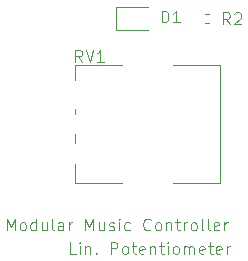
<source format=gto>
%TF.GenerationSoftware,KiCad,Pcbnew,9.0.5-1.fc42*%
%TF.CreationDate,2025-12-03T05:54:04+01:00*%
%TF.ProjectId,Block-PotentiometerLinear,426c6f63-6b2d-4506-9f74-656e74696f6d,1*%
%TF.SameCoordinates,Original*%
%TF.FileFunction,Legend,Top*%
%TF.FilePolarity,Positive*%
%FSLAX46Y46*%
G04 Gerber Fmt 4.6, Leading zero omitted, Abs format (unit mm)*
G04 Created by KiCad (PCBNEW 9.0.5-1.fc42) date 2025-12-03 05:54:04*
%MOMM*%
%LPD*%
G01*
G04 APERTURE LIST*
%ADD10C,0.125000*%
%ADD11C,0.120000*%
G04 APERTURE END LIST*
D10*
X133943321Y-124661119D02*
X133467131Y-124661119D01*
X133467131Y-124661119D02*
X133467131Y-123661119D01*
X134276655Y-124661119D02*
X134276655Y-123994452D01*
X134276655Y-123661119D02*
X134229036Y-123708738D01*
X134229036Y-123708738D02*
X134276655Y-123756357D01*
X134276655Y-123756357D02*
X134324274Y-123708738D01*
X134324274Y-123708738D02*
X134276655Y-123661119D01*
X134276655Y-123661119D02*
X134276655Y-123756357D01*
X134752845Y-123994452D02*
X134752845Y-124661119D01*
X134752845Y-124089690D02*
X134800464Y-124042071D01*
X134800464Y-124042071D02*
X134895702Y-123994452D01*
X134895702Y-123994452D02*
X135038559Y-123994452D01*
X135038559Y-123994452D02*
X135133797Y-124042071D01*
X135133797Y-124042071D02*
X135181416Y-124137309D01*
X135181416Y-124137309D02*
X135181416Y-124661119D01*
X135657607Y-124565880D02*
X135705226Y-124613500D01*
X135705226Y-124613500D02*
X135657607Y-124661119D01*
X135657607Y-124661119D02*
X135609988Y-124613500D01*
X135609988Y-124613500D02*
X135657607Y-124565880D01*
X135657607Y-124565880D02*
X135657607Y-124661119D01*
X136895702Y-124661119D02*
X136895702Y-123661119D01*
X136895702Y-123661119D02*
X137276654Y-123661119D01*
X137276654Y-123661119D02*
X137371892Y-123708738D01*
X137371892Y-123708738D02*
X137419511Y-123756357D01*
X137419511Y-123756357D02*
X137467130Y-123851595D01*
X137467130Y-123851595D02*
X137467130Y-123994452D01*
X137467130Y-123994452D02*
X137419511Y-124089690D01*
X137419511Y-124089690D02*
X137371892Y-124137309D01*
X137371892Y-124137309D02*
X137276654Y-124184928D01*
X137276654Y-124184928D02*
X136895702Y-124184928D01*
X138038559Y-124661119D02*
X137943321Y-124613500D01*
X137943321Y-124613500D02*
X137895702Y-124565880D01*
X137895702Y-124565880D02*
X137848083Y-124470642D01*
X137848083Y-124470642D02*
X137848083Y-124184928D01*
X137848083Y-124184928D02*
X137895702Y-124089690D01*
X137895702Y-124089690D02*
X137943321Y-124042071D01*
X137943321Y-124042071D02*
X138038559Y-123994452D01*
X138038559Y-123994452D02*
X138181416Y-123994452D01*
X138181416Y-123994452D02*
X138276654Y-124042071D01*
X138276654Y-124042071D02*
X138324273Y-124089690D01*
X138324273Y-124089690D02*
X138371892Y-124184928D01*
X138371892Y-124184928D02*
X138371892Y-124470642D01*
X138371892Y-124470642D02*
X138324273Y-124565880D01*
X138324273Y-124565880D02*
X138276654Y-124613500D01*
X138276654Y-124613500D02*
X138181416Y-124661119D01*
X138181416Y-124661119D02*
X138038559Y-124661119D01*
X138657607Y-123994452D02*
X139038559Y-123994452D01*
X138800464Y-123661119D02*
X138800464Y-124518261D01*
X138800464Y-124518261D02*
X138848083Y-124613500D01*
X138848083Y-124613500D02*
X138943321Y-124661119D01*
X138943321Y-124661119D02*
X139038559Y-124661119D01*
X139752845Y-124613500D02*
X139657607Y-124661119D01*
X139657607Y-124661119D02*
X139467131Y-124661119D01*
X139467131Y-124661119D02*
X139371893Y-124613500D01*
X139371893Y-124613500D02*
X139324274Y-124518261D01*
X139324274Y-124518261D02*
X139324274Y-124137309D01*
X139324274Y-124137309D02*
X139371893Y-124042071D01*
X139371893Y-124042071D02*
X139467131Y-123994452D01*
X139467131Y-123994452D02*
X139657607Y-123994452D01*
X139657607Y-123994452D02*
X139752845Y-124042071D01*
X139752845Y-124042071D02*
X139800464Y-124137309D01*
X139800464Y-124137309D02*
X139800464Y-124232547D01*
X139800464Y-124232547D02*
X139324274Y-124327785D01*
X140229036Y-123994452D02*
X140229036Y-124661119D01*
X140229036Y-124089690D02*
X140276655Y-124042071D01*
X140276655Y-124042071D02*
X140371893Y-123994452D01*
X140371893Y-123994452D02*
X140514750Y-123994452D01*
X140514750Y-123994452D02*
X140609988Y-124042071D01*
X140609988Y-124042071D02*
X140657607Y-124137309D01*
X140657607Y-124137309D02*
X140657607Y-124661119D01*
X140990941Y-123994452D02*
X141371893Y-123994452D01*
X141133798Y-123661119D02*
X141133798Y-124518261D01*
X141133798Y-124518261D02*
X141181417Y-124613500D01*
X141181417Y-124613500D02*
X141276655Y-124661119D01*
X141276655Y-124661119D02*
X141371893Y-124661119D01*
X141705227Y-124661119D02*
X141705227Y-123994452D01*
X141705227Y-123661119D02*
X141657608Y-123708738D01*
X141657608Y-123708738D02*
X141705227Y-123756357D01*
X141705227Y-123756357D02*
X141752846Y-123708738D01*
X141752846Y-123708738D02*
X141705227Y-123661119D01*
X141705227Y-123661119D02*
X141705227Y-123756357D01*
X142324274Y-124661119D02*
X142229036Y-124613500D01*
X142229036Y-124613500D02*
X142181417Y-124565880D01*
X142181417Y-124565880D02*
X142133798Y-124470642D01*
X142133798Y-124470642D02*
X142133798Y-124184928D01*
X142133798Y-124184928D02*
X142181417Y-124089690D01*
X142181417Y-124089690D02*
X142229036Y-124042071D01*
X142229036Y-124042071D02*
X142324274Y-123994452D01*
X142324274Y-123994452D02*
X142467131Y-123994452D01*
X142467131Y-123994452D02*
X142562369Y-124042071D01*
X142562369Y-124042071D02*
X142609988Y-124089690D01*
X142609988Y-124089690D02*
X142657607Y-124184928D01*
X142657607Y-124184928D02*
X142657607Y-124470642D01*
X142657607Y-124470642D02*
X142609988Y-124565880D01*
X142609988Y-124565880D02*
X142562369Y-124613500D01*
X142562369Y-124613500D02*
X142467131Y-124661119D01*
X142467131Y-124661119D02*
X142324274Y-124661119D01*
X143086179Y-124661119D02*
X143086179Y-123994452D01*
X143086179Y-124089690D02*
X143133798Y-124042071D01*
X143133798Y-124042071D02*
X143229036Y-123994452D01*
X143229036Y-123994452D02*
X143371893Y-123994452D01*
X143371893Y-123994452D02*
X143467131Y-124042071D01*
X143467131Y-124042071D02*
X143514750Y-124137309D01*
X143514750Y-124137309D02*
X143514750Y-124661119D01*
X143514750Y-124137309D02*
X143562369Y-124042071D01*
X143562369Y-124042071D02*
X143657607Y-123994452D01*
X143657607Y-123994452D02*
X143800464Y-123994452D01*
X143800464Y-123994452D02*
X143895703Y-124042071D01*
X143895703Y-124042071D02*
X143943322Y-124137309D01*
X143943322Y-124137309D02*
X143943322Y-124661119D01*
X144800464Y-124613500D02*
X144705226Y-124661119D01*
X144705226Y-124661119D02*
X144514750Y-124661119D01*
X144514750Y-124661119D02*
X144419512Y-124613500D01*
X144419512Y-124613500D02*
X144371893Y-124518261D01*
X144371893Y-124518261D02*
X144371893Y-124137309D01*
X144371893Y-124137309D02*
X144419512Y-124042071D01*
X144419512Y-124042071D02*
X144514750Y-123994452D01*
X144514750Y-123994452D02*
X144705226Y-123994452D01*
X144705226Y-123994452D02*
X144800464Y-124042071D01*
X144800464Y-124042071D02*
X144848083Y-124137309D01*
X144848083Y-124137309D02*
X144848083Y-124232547D01*
X144848083Y-124232547D02*
X144371893Y-124327785D01*
X145133798Y-123994452D02*
X145514750Y-123994452D01*
X145276655Y-123661119D02*
X145276655Y-124518261D01*
X145276655Y-124518261D02*
X145324274Y-124613500D01*
X145324274Y-124613500D02*
X145419512Y-124661119D01*
X145419512Y-124661119D02*
X145514750Y-124661119D01*
X146229036Y-124613500D02*
X146133798Y-124661119D01*
X146133798Y-124661119D02*
X145943322Y-124661119D01*
X145943322Y-124661119D02*
X145848084Y-124613500D01*
X145848084Y-124613500D02*
X145800465Y-124518261D01*
X145800465Y-124518261D02*
X145800465Y-124137309D01*
X145800465Y-124137309D02*
X145848084Y-124042071D01*
X145848084Y-124042071D02*
X145943322Y-123994452D01*
X145943322Y-123994452D02*
X146133798Y-123994452D01*
X146133798Y-123994452D02*
X146229036Y-124042071D01*
X146229036Y-124042071D02*
X146276655Y-124137309D01*
X146276655Y-124137309D02*
X146276655Y-124232547D01*
X146276655Y-124232547D02*
X145800465Y-124327785D01*
X146705227Y-124661119D02*
X146705227Y-123994452D01*
X146705227Y-124184928D02*
X146752846Y-124089690D01*
X146752846Y-124089690D02*
X146800465Y-124042071D01*
X146800465Y-124042071D02*
X146895703Y-123994452D01*
X146895703Y-123994452D02*
X146990941Y-123994452D01*
X128082331Y-122656319D02*
X128082331Y-121656319D01*
X128082331Y-121656319D02*
X128415664Y-122370604D01*
X128415664Y-122370604D02*
X128748997Y-121656319D01*
X128748997Y-121656319D02*
X128748997Y-122656319D01*
X129368045Y-122656319D02*
X129272807Y-122608700D01*
X129272807Y-122608700D02*
X129225188Y-122561080D01*
X129225188Y-122561080D02*
X129177569Y-122465842D01*
X129177569Y-122465842D02*
X129177569Y-122180128D01*
X129177569Y-122180128D02*
X129225188Y-122084890D01*
X129225188Y-122084890D02*
X129272807Y-122037271D01*
X129272807Y-122037271D02*
X129368045Y-121989652D01*
X129368045Y-121989652D02*
X129510902Y-121989652D01*
X129510902Y-121989652D02*
X129606140Y-122037271D01*
X129606140Y-122037271D02*
X129653759Y-122084890D01*
X129653759Y-122084890D02*
X129701378Y-122180128D01*
X129701378Y-122180128D02*
X129701378Y-122465842D01*
X129701378Y-122465842D02*
X129653759Y-122561080D01*
X129653759Y-122561080D02*
X129606140Y-122608700D01*
X129606140Y-122608700D02*
X129510902Y-122656319D01*
X129510902Y-122656319D02*
X129368045Y-122656319D01*
X130558521Y-122656319D02*
X130558521Y-121656319D01*
X130558521Y-122608700D02*
X130463283Y-122656319D01*
X130463283Y-122656319D02*
X130272807Y-122656319D01*
X130272807Y-122656319D02*
X130177569Y-122608700D01*
X130177569Y-122608700D02*
X130129950Y-122561080D01*
X130129950Y-122561080D02*
X130082331Y-122465842D01*
X130082331Y-122465842D02*
X130082331Y-122180128D01*
X130082331Y-122180128D02*
X130129950Y-122084890D01*
X130129950Y-122084890D02*
X130177569Y-122037271D01*
X130177569Y-122037271D02*
X130272807Y-121989652D01*
X130272807Y-121989652D02*
X130463283Y-121989652D01*
X130463283Y-121989652D02*
X130558521Y-122037271D01*
X131463283Y-121989652D02*
X131463283Y-122656319D01*
X131034712Y-121989652D02*
X131034712Y-122513461D01*
X131034712Y-122513461D02*
X131082331Y-122608700D01*
X131082331Y-122608700D02*
X131177569Y-122656319D01*
X131177569Y-122656319D02*
X131320426Y-122656319D01*
X131320426Y-122656319D02*
X131415664Y-122608700D01*
X131415664Y-122608700D02*
X131463283Y-122561080D01*
X132082331Y-122656319D02*
X131987093Y-122608700D01*
X131987093Y-122608700D02*
X131939474Y-122513461D01*
X131939474Y-122513461D02*
X131939474Y-121656319D01*
X132891855Y-122656319D02*
X132891855Y-122132509D01*
X132891855Y-122132509D02*
X132844236Y-122037271D01*
X132844236Y-122037271D02*
X132748998Y-121989652D01*
X132748998Y-121989652D02*
X132558522Y-121989652D01*
X132558522Y-121989652D02*
X132463284Y-122037271D01*
X132891855Y-122608700D02*
X132796617Y-122656319D01*
X132796617Y-122656319D02*
X132558522Y-122656319D01*
X132558522Y-122656319D02*
X132463284Y-122608700D01*
X132463284Y-122608700D02*
X132415665Y-122513461D01*
X132415665Y-122513461D02*
X132415665Y-122418223D01*
X132415665Y-122418223D02*
X132463284Y-122322985D01*
X132463284Y-122322985D02*
X132558522Y-122275366D01*
X132558522Y-122275366D02*
X132796617Y-122275366D01*
X132796617Y-122275366D02*
X132891855Y-122227747D01*
X133368046Y-122656319D02*
X133368046Y-121989652D01*
X133368046Y-122180128D02*
X133415665Y-122084890D01*
X133415665Y-122084890D02*
X133463284Y-122037271D01*
X133463284Y-122037271D02*
X133558522Y-121989652D01*
X133558522Y-121989652D02*
X133653760Y-121989652D01*
X134748999Y-122656319D02*
X134748999Y-121656319D01*
X134748999Y-121656319D02*
X135082332Y-122370604D01*
X135082332Y-122370604D02*
X135415665Y-121656319D01*
X135415665Y-121656319D02*
X135415665Y-122656319D01*
X136320427Y-121989652D02*
X136320427Y-122656319D01*
X135891856Y-121989652D02*
X135891856Y-122513461D01*
X135891856Y-122513461D02*
X135939475Y-122608700D01*
X135939475Y-122608700D02*
X136034713Y-122656319D01*
X136034713Y-122656319D02*
X136177570Y-122656319D01*
X136177570Y-122656319D02*
X136272808Y-122608700D01*
X136272808Y-122608700D02*
X136320427Y-122561080D01*
X136748999Y-122608700D02*
X136844237Y-122656319D01*
X136844237Y-122656319D02*
X137034713Y-122656319D01*
X137034713Y-122656319D02*
X137129951Y-122608700D01*
X137129951Y-122608700D02*
X137177570Y-122513461D01*
X137177570Y-122513461D02*
X137177570Y-122465842D01*
X137177570Y-122465842D02*
X137129951Y-122370604D01*
X137129951Y-122370604D02*
X137034713Y-122322985D01*
X137034713Y-122322985D02*
X136891856Y-122322985D01*
X136891856Y-122322985D02*
X136796618Y-122275366D01*
X136796618Y-122275366D02*
X136748999Y-122180128D01*
X136748999Y-122180128D02*
X136748999Y-122132509D01*
X136748999Y-122132509D02*
X136796618Y-122037271D01*
X136796618Y-122037271D02*
X136891856Y-121989652D01*
X136891856Y-121989652D02*
X137034713Y-121989652D01*
X137034713Y-121989652D02*
X137129951Y-122037271D01*
X137606142Y-122656319D02*
X137606142Y-121989652D01*
X137606142Y-121656319D02*
X137558523Y-121703938D01*
X137558523Y-121703938D02*
X137606142Y-121751557D01*
X137606142Y-121751557D02*
X137653761Y-121703938D01*
X137653761Y-121703938D02*
X137606142Y-121656319D01*
X137606142Y-121656319D02*
X137606142Y-121751557D01*
X138510903Y-122608700D02*
X138415665Y-122656319D01*
X138415665Y-122656319D02*
X138225189Y-122656319D01*
X138225189Y-122656319D02*
X138129951Y-122608700D01*
X138129951Y-122608700D02*
X138082332Y-122561080D01*
X138082332Y-122561080D02*
X138034713Y-122465842D01*
X138034713Y-122465842D02*
X138034713Y-122180128D01*
X138034713Y-122180128D02*
X138082332Y-122084890D01*
X138082332Y-122084890D02*
X138129951Y-122037271D01*
X138129951Y-122037271D02*
X138225189Y-121989652D01*
X138225189Y-121989652D02*
X138415665Y-121989652D01*
X138415665Y-121989652D02*
X138510903Y-122037271D01*
X140272808Y-122561080D02*
X140225189Y-122608700D01*
X140225189Y-122608700D02*
X140082332Y-122656319D01*
X140082332Y-122656319D02*
X139987094Y-122656319D01*
X139987094Y-122656319D02*
X139844237Y-122608700D01*
X139844237Y-122608700D02*
X139748999Y-122513461D01*
X139748999Y-122513461D02*
X139701380Y-122418223D01*
X139701380Y-122418223D02*
X139653761Y-122227747D01*
X139653761Y-122227747D02*
X139653761Y-122084890D01*
X139653761Y-122084890D02*
X139701380Y-121894414D01*
X139701380Y-121894414D02*
X139748999Y-121799176D01*
X139748999Y-121799176D02*
X139844237Y-121703938D01*
X139844237Y-121703938D02*
X139987094Y-121656319D01*
X139987094Y-121656319D02*
X140082332Y-121656319D01*
X140082332Y-121656319D02*
X140225189Y-121703938D01*
X140225189Y-121703938D02*
X140272808Y-121751557D01*
X140844237Y-122656319D02*
X140748999Y-122608700D01*
X140748999Y-122608700D02*
X140701380Y-122561080D01*
X140701380Y-122561080D02*
X140653761Y-122465842D01*
X140653761Y-122465842D02*
X140653761Y-122180128D01*
X140653761Y-122180128D02*
X140701380Y-122084890D01*
X140701380Y-122084890D02*
X140748999Y-122037271D01*
X140748999Y-122037271D02*
X140844237Y-121989652D01*
X140844237Y-121989652D02*
X140987094Y-121989652D01*
X140987094Y-121989652D02*
X141082332Y-122037271D01*
X141082332Y-122037271D02*
X141129951Y-122084890D01*
X141129951Y-122084890D02*
X141177570Y-122180128D01*
X141177570Y-122180128D02*
X141177570Y-122465842D01*
X141177570Y-122465842D02*
X141129951Y-122561080D01*
X141129951Y-122561080D02*
X141082332Y-122608700D01*
X141082332Y-122608700D02*
X140987094Y-122656319D01*
X140987094Y-122656319D02*
X140844237Y-122656319D01*
X141606142Y-121989652D02*
X141606142Y-122656319D01*
X141606142Y-122084890D02*
X141653761Y-122037271D01*
X141653761Y-122037271D02*
X141748999Y-121989652D01*
X141748999Y-121989652D02*
X141891856Y-121989652D01*
X141891856Y-121989652D02*
X141987094Y-122037271D01*
X141987094Y-122037271D02*
X142034713Y-122132509D01*
X142034713Y-122132509D02*
X142034713Y-122656319D01*
X142368047Y-121989652D02*
X142748999Y-121989652D01*
X142510904Y-121656319D02*
X142510904Y-122513461D01*
X142510904Y-122513461D02*
X142558523Y-122608700D01*
X142558523Y-122608700D02*
X142653761Y-122656319D01*
X142653761Y-122656319D02*
X142748999Y-122656319D01*
X143082333Y-122656319D02*
X143082333Y-121989652D01*
X143082333Y-122180128D02*
X143129952Y-122084890D01*
X143129952Y-122084890D02*
X143177571Y-122037271D01*
X143177571Y-122037271D02*
X143272809Y-121989652D01*
X143272809Y-121989652D02*
X143368047Y-121989652D01*
X143844238Y-122656319D02*
X143749000Y-122608700D01*
X143749000Y-122608700D02*
X143701381Y-122561080D01*
X143701381Y-122561080D02*
X143653762Y-122465842D01*
X143653762Y-122465842D02*
X143653762Y-122180128D01*
X143653762Y-122180128D02*
X143701381Y-122084890D01*
X143701381Y-122084890D02*
X143749000Y-122037271D01*
X143749000Y-122037271D02*
X143844238Y-121989652D01*
X143844238Y-121989652D02*
X143987095Y-121989652D01*
X143987095Y-121989652D02*
X144082333Y-122037271D01*
X144082333Y-122037271D02*
X144129952Y-122084890D01*
X144129952Y-122084890D02*
X144177571Y-122180128D01*
X144177571Y-122180128D02*
X144177571Y-122465842D01*
X144177571Y-122465842D02*
X144129952Y-122561080D01*
X144129952Y-122561080D02*
X144082333Y-122608700D01*
X144082333Y-122608700D02*
X143987095Y-122656319D01*
X143987095Y-122656319D02*
X143844238Y-122656319D01*
X144749000Y-122656319D02*
X144653762Y-122608700D01*
X144653762Y-122608700D02*
X144606143Y-122513461D01*
X144606143Y-122513461D02*
X144606143Y-121656319D01*
X145272810Y-122656319D02*
X145177572Y-122608700D01*
X145177572Y-122608700D02*
X145129953Y-122513461D01*
X145129953Y-122513461D02*
X145129953Y-121656319D01*
X146034715Y-122608700D02*
X145939477Y-122656319D01*
X145939477Y-122656319D02*
X145749001Y-122656319D01*
X145749001Y-122656319D02*
X145653763Y-122608700D01*
X145653763Y-122608700D02*
X145606144Y-122513461D01*
X145606144Y-122513461D02*
X145606144Y-122132509D01*
X145606144Y-122132509D02*
X145653763Y-122037271D01*
X145653763Y-122037271D02*
X145749001Y-121989652D01*
X145749001Y-121989652D02*
X145939477Y-121989652D01*
X145939477Y-121989652D02*
X146034715Y-122037271D01*
X146034715Y-122037271D02*
X146082334Y-122132509D01*
X146082334Y-122132509D02*
X146082334Y-122227747D01*
X146082334Y-122227747D02*
X145606144Y-122322985D01*
X146510906Y-122656319D02*
X146510906Y-121989652D01*
X146510906Y-122180128D02*
X146558525Y-122084890D01*
X146558525Y-122084890D02*
X146606144Y-122037271D01*
X146606144Y-122037271D02*
X146701382Y-121989652D01*
X146701382Y-121989652D02*
X146796620Y-121989652D01*
X141199405Y-105053319D02*
X141199405Y-104053319D01*
X141199405Y-104053319D02*
X141437500Y-104053319D01*
X141437500Y-104053319D02*
X141580357Y-104100938D01*
X141580357Y-104100938D02*
X141675595Y-104196176D01*
X141675595Y-104196176D02*
X141723214Y-104291414D01*
X141723214Y-104291414D02*
X141770833Y-104481890D01*
X141770833Y-104481890D02*
X141770833Y-104624747D01*
X141770833Y-104624747D02*
X141723214Y-104815223D01*
X141723214Y-104815223D02*
X141675595Y-104910461D01*
X141675595Y-104910461D02*
X141580357Y-105005700D01*
X141580357Y-105005700D02*
X141437500Y-105053319D01*
X141437500Y-105053319D02*
X141199405Y-105053319D01*
X142723214Y-105053319D02*
X142151786Y-105053319D01*
X142437500Y-105053319D02*
X142437500Y-104053319D01*
X142437500Y-104053319D02*
X142342262Y-104196176D01*
X142342262Y-104196176D02*
X142247024Y-104291414D01*
X142247024Y-104291414D02*
X142151786Y-104339033D01*
X134481961Y-108380719D02*
X134148628Y-107904528D01*
X133910533Y-108380719D02*
X133910533Y-107380719D01*
X133910533Y-107380719D02*
X134291485Y-107380719D01*
X134291485Y-107380719D02*
X134386723Y-107428338D01*
X134386723Y-107428338D02*
X134434342Y-107475957D01*
X134434342Y-107475957D02*
X134481961Y-107571195D01*
X134481961Y-107571195D02*
X134481961Y-107714052D01*
X134481961Y-107714052D02*
X134434342Y-107809290D01*
X134434342Y-107809290D02*
X134386723Y-107856909D01*
X134386723Y-107856909D02*
X134291485Y-107904528D01*
X134291485Y-107904528D02*
X133910533Y-107904528D01*
X134767676Y-107380719D02*
X135101009Y-108380719D01*
X135101009Y-108380719D02*
X135434342Y-107380719D01*
X136291485Y-108380719D02*
X135720057Y-108380719D01*
X136005771Y-108380719D02*
X136005771Y-107380719D01*
X136005771Y-107380719D02*
X135910533Y-107523576D01*
X135910533Y-107523576D02*
X135815295Y-107618814D01*
X135815295Y-107618814D02*
X135720057Y-107666433D01*
X146977533Y-105205719D02*
X146644200Y-104729528D01*
X146406105Y-105205719D02*
X146406105Y-104205719D01*
X146406105Y-104205719D02*
X146787057Y-104205719D01*
X146787057Y-104205719D02*
X146882295Y-104253338D01*
X146882295Y-104253338D02*
X146929914Y-104300957D01*
X146929914Y-104300957D02*
X146977533Y-104396195D01*
X146977533Y-104396195D02*
X146977533Y-104539052D01*
X146977533Y-104539052D02*
X146929914Y-104634290D01*
X146929914Y-104634290D02*
X146882295Y-104681909D01*
X146882295Y-104681909D02*
X146787057Y-104729528D01*
X146787057Y-104729528D02*
X146406105Y-104729528D01*
X147358486Y-104300957D02*
X147406105Y-104253338D01*
X147406105Y-104253338D02*
X147501343Y-104205719D01*
X147501343Y-104205719D02*
X147739438Y-104205719D01*
X147739438Y-104205719D02*
X147834676Y-104253338D01*
X147834676Y-104253338D02*
X147882295Y-104300957D01*
X147882295Y-104300957D02*
X147929914Y-104396195D01*
X147929914Y-104396195D02*
X147929914Y-104491433D01*
X147929914Y-104491433D02*
X147882295Y-104634290D01*
X147882295Y-104634290D02*
X147310867Y-105205719D01*
X147310867Y-105205719D02*
X147929914Y-105205719D01*
D11*
%TO.C,D1*%
X137380000Y-103738800D02*
X137380000Y-105658800D01*
X137380000Y-105658800D02*
X140065000Y-105658800D01*
X140065000Y-103738800D02*
X137380000Y-103738800D01*
%TO.C,RV1*%
X133895000Y-108644000D02*
X133895000Y-109965000D01*
X133895000Y-108644000D02*
X137832000Y-108644000D01*
X133895000Y-112415000D02*
X133895000Y-112795000D01*
X133895000Y-114536000D02*
X133895000Y-115295000D01*
X133895000Y-117035000D02*
X133895000Y-118685000D01*
X133895000Y-118685000D02*
X137832000Y-118685000D01*
X142199000Y-108644000D02*
X146135000Y-108644000D01*
X142199000Y-118685000D02*
X146135000Y-118685000D01*
X146135000Y-108644000D02*
X146135000Y-118685000D01*
%TO.C,R2*%
X145215041Y-104318800D02*
X144907759Y-104318800D01*
X145215041Y-105078800D02*
X144907759Y-105078800D01*
%TD*%
M02*

</source>
